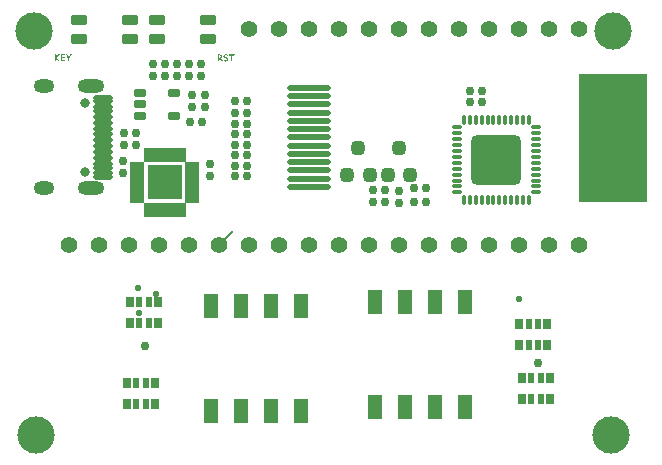
<source format=gts>
G04*
G04 #@! TF.GenerationSoftware,Altium Limited,Altium Designer,19.0.4 (130)*
G04*
G04 Layer_Color=8388736*
%FSLAX24Y24*%
%MOIN*%
G70*
G01*
G75*
%ADD15C,0.0060*%
%ADD34R,0.2250X0.4250*%
%ADD35R,0.0296X0.0355*%
%ADD36R,0.0237X0.0355*%
%ADD37R,0.0512X0.0827*%
G04:AMPARAMS|DCode=38|XSize=26mil|YSize=26mil|CornerRadius=8mil|HoleSize=0mil|Usage=FLASHONLY|Rotation=270.000|XOffset=0mil|YOffset=0mil|HoleType=Round|Shape=RoundedRectangle|*
%AMROUNDEDRECTD38*
21,1,0.0260,0.0100,0,0,270.0*
21,1,0.0100,0.0260,0,0,270.0*
1,1,0.0160,-0.0050,-0.0050*
1,1,0.0160,-0.0050,0.0050*
1,1,0.0160,0.0050,0.0050*
1,1,0.0160,0.0050,-0.0050*
%
%ADD38ROUNDEDRECTD38*%
G04:AMPARAMS|DCode=39|XSize=26mil|YSize=26mil|CornerRadius=8mil|HoleSize=0mil|Usage=FLASHONLY|Rotation=180.000|XOffset=0mil|YOffset=0mil|HoleType=Round|Shape=RoundedRectangle|*
%AMROUNDEDRECTD39*
21,1,0.0260,0.0100,0,0,180.0*
21,1,0.0100,0.0260,0,0,180.0*
1,1,0.0160,-0.0050,0.0050*
1,1,0.0160,0.0050,0.0050*
1,1,0.0160,0.0050,-0.0050*
1,1,0.0160,-0.0050,-0.0050*
%
%ADD39ROUNDEDRECTD39*%
G04:AMPARAMS|DCode=40|XSize=166mil|YSize=166mil|CornerRadius=19mil|HoleSize=0mil|Usage=FLASHONLY|Rotation=270.000|XOffset=0mil|YOffset=0mil|HoleType=Round|Shape=RoundedRectangle|*
%AMROUNDEDRECTD40*
21,1,0.1660,0.1280,0,0,270.0*
21,1,0.1280,0.1660,0,0,270.0*
1,1,0.0380,-0.0640,-0.0640*
1,1,0.0380,-0.0640,0.0640*
1,1,0.0380,0.0640,0.0640*
1,1,0.0380,0.0640,-0.0640*
%
%ADD40ROUNDEDRECTD40*%
G04:AMPARAMS|DCode=41|XSize=32.6mil|YSize=15.8mil|CornerRadius=5.5mil|HoleSize=0mil|Usage=FLASHONLY|Rotation=270.000|XOffset=0mil|YOffset=0mil|HoleType=Round|Shape=RoundedRectangle|*
%AMROUNDEDRECTD41*
21,1,0.0326,0.0049,0,0,270.0*
21,1,0.0217,0.0158,0,0,270.0*
1,1,0.0109,-0.0025,-0.0108*
1,1,0.0109,-0.0025,0.0108*
1,1,0.0109,0.0025,0.0108*
1,1,0.0109,0.0025,-0.0108*
%
%ADD41ROUNDEDRECTD41*%
G04:AMPARAMS|DCode=42|XSize=32.6mil|YSize=15.8mil|CornerRadius=5.5mil|HoleSize=0mil|Usage=FLASHONLY|Rotation=0.000|XOffset=0mil|YOffset=0mil|HoleType=Round|Shape=RoundedRectangle|*
%AMROUNDEDRECTD42*
21,1,0.0326,0.0049,0,0,0.0*
21,1,0.0217,0.0158,0,0,0.0*
1,1,0.0109,0.0108,-0.0025*
1,1,0.0109,-0.0108,-0.0025*
1,1,0.0109,-0.0108,0.0025*
1,1,0.0109,0.0108,0.0025*
%
%ADD42ROUNDEDRECTD42*%
G04:AMPARAMS|DCode=43|XSize=43.4mil|YSize=45.4mil|CornerRadius=12.4mil|HoleSize=0mil|Usage=FLASHONLY|Rotation=0.000|XOffset=0mil|YOffset=0mil|HoleType=Round|Shape=RoundedRectangle|*
%AMROUNDEDRECTD43*
21,1,0.0434,0.0207,0,0,0.0*
21,1,0.0187,0.0454,0,0,0.0*
1,1,0.0247,0.0094,-0.0103*
1,1,0.0247,-0.0094,-0.0103*
1,1,0.0247,-0.0094,0.0103*
1,1,0.0247,0.0094,0.0103*
%
%ADD43ROUNDEDRECTD43*%
G04:AMPARAMS|DCode=44|XSize=21.7mil|YSize=143.8mil|CornerRadius=6.9mil|HoleSize=0mil|Usage=FLASHONLY|Rotation=270.000|XOffset=0mil|YOffset=0mil|HoleType=Round|Shape=RoundedRectangle|*
%AMROUNDEDRECTD44*
21,1,0.0217,0.1299,0,0,270.0*
21,1,0.0079,0.1438,0,0,270.0*
1,1,0.0139,-0.0650,-0.0039*
1,1,0.0139,-0.0650,0.0039*
1,1,0.0139,0.0650,0.0039*
1,1,0.0139,0.0650,-0.0039*
%
%ADD44ROUNDEDRECTD44*%
%ADD45R,0.1162X0.1123*%
G04:AMPARAMS|DCode=46|XSize=22mil|YSize=48mil|CornerRadius=8mil|HoleSize=0mil|Usage=FLASHONLY|Rotation=90.000|XOffset=0mil|YOffset=0mil|HoleType=Round|Shape=RoundedRectangle|*
%AMROUNDEDRECTD46*
21,1,0.0220,0.0320,0,0,90.0*
21,1,0.0060,0.0480,0,0,90.0*
1,1,0.0160,0.0160,0.0030*
1,1,0.0160,0.0160,-0.0030*
1,1,0.0160,-0.0160,-0.0030*
1,1,0.0160,-0.0160,0.0030*
%
%ADD46ROUNDEDRECTD46*%
G04:AMPARAMS|DCode=47|XSize=22mil|YSize=48mil|CornerRadius=8mil|HoleSize=0mil|Usage=FLASHONLY|Rotation=180.000|XOffset=0mil|YOffset=0mil|HoleType=Round|Shape=RoundedRectangle|*
%AMROUNDEDRECTD47*
21,1,0.0220,0.0320,0,0,180.0*
21,1,0.0060,0.0480,0,0,180.0*
1,1,0.0160,-0.0030,0.0160*
1,1,0.0160,0.0030,0.0160*
1,1,0.0160,0.0030,-0.0160*
1,1,0.0160,-0.0030,-0.0160*
%
%ADD47ROUNDEDRECTD47*%
G04:AMPARAMS|DCode=48|XSize=29.6mil|YSize=41mil|CornerRadius=8.9mil|HoleSize=0mil|Usage=FLASHONLY|Rotation=90.000|XOffset=0mil|YOffset=0mil|HoleType=Round|Shape=RoundedRectangle|*
%AMROUNDEDRECTD48*
21,1,0.0296,0.0232,0,0,90.0*
21,1,0.0118,0.0410,0,0,90.0*
1,1,0.0178,0.0116,0.0059*
1,1,0.0178,0.0116,-0.0059*
1,1,0.0178,-0.0116,-0.0059*
1,1,0.0178,-0.0116,0.0059*
%
%ADD48ROUNDEDRECTD48*%
G04:AMPARAMS|DCode=49|XSize=37.5mil|YSize=76.9mil|CornerRadius=10.9mil|HoleSize=0mil|Usage=FLASHONLY|Rotation=270.000|XOffset=0mil|YOffset=0mil|HoleType=Round|Shape=RoundedRectangle|*
%AMROUNDEDRECTD49*
21,1,0.0375,0.0551,0,0,270.0*
21,1,0.0157,0.0769,0,0,270.0*
1,1,0.0217,-0.0276,-0.0079*
1,1,0.0217,-0.0276,0.0079*
1,1,0.0217,0.0276,0.0079*
1,1,0.0217,0.0276,-0.0079*
%
%ADD49ROUNDEDRECTD49*%
G04:AMPARAMS|DCode=50|XSize=65.1mil|YSize=17.8mil|CornerRadius=6mil|HoleSize=0mil|Usage=FLASHONLY|Rotation=0.000|XOffset=0mil|YOffset=0mil|HoleType=Round|Shape=RoundedRectangle|*
%AMROUNDEDRECTD50*
21,1,0.0651,0.0059,0,0,0.0*
21,1,0.0531,0.0178,0,0,0.0*
1,1,0.0119,0.0266,-0.0030*
1,1,0.0119,-0.0266,-0.0030*
1,1,0.0119,-0.0266,0.0030*
1,1,0.0119,0.0266,0.0030*
%
%ADD50ROUNDEDRECTD50*%
G04:AMPARAMS|DCode=51|XSize=56mil|YSize=36mil|CornerRadius=10.5mil|HoleSize=0mil|Usage=FLASHONLY|Rotation=180.000|XOffset=0mil|YOffset=0mil|HoleType=Round|Shape=RoundedRectangle|*
%AMROUNDEDRECTD51*
21,1,0.0560,0.0150,0,0,180.0*
21,1,0.0350,0.0360,0,0,180.0*
1,1,0.0210,-0.0175,0.0075*
1,1,0.0210,0.0175,0.0075*
1,1,0.0210,0.0175,-0.0075*
1,1,0.0210,-0.0175,-0.0075*
%
%ADD51ROUNDEDRECTD51*%
%ADD52C,0.0560*%
%ADD53C,0.1241*%
%ADD54O,0.0887X0.0454*%
%ADD55O,0.0690X0.0454*%
%ADD56C,0.0316*%
%ADD57C,0.0300*%
%ADD58C,0.0220*%
G36*
X1512Y2660D02*
X1597Y2534D01*
X1546D01*
X1469Y2650D01*
Y2534D01*
X1425D01*
Y2766D01*
X1469D01*
Y2665D01*
X1544Y2766D01*
X1591D01*
X1512Y2660D01*
D02*
G37*
G36*
X1920Y2623D02*
Y2534D01*
X1875D01*
Y2622D01*
X1800Y2766D01*
X1847D01*
X1898Y2659D01*
X1950Y2766D01*
X1995D01*
X1920Y2623D01*
D02*
G37*
G36*
X1770Y2731D02*
X1678D01*
Y2669D01*
X1759D01*
Y2634D01*
X1678D01*
Y2569D01*
X1777D01*
Y2534D01*
X1633D01*
Y2766D01*
X1775D01*
X1770Y2731D01*
D02*
G37*
G36*
X7136Y2770D02*
X7139D01*
X7143Y2769D01*
X7148Y2769D01*
X7153Y2767D01*
X7159Y2766D01*
X7165Y2765D01*
X7171Y2763D01*
X7178Y2760D01*
X7184Y2757D01*
X7191Y2754D01*
X7198Y2750D01*
X7204Y2745D01*
X7210Y2740D01*
X7187Y2714D01*
X7187Y2715D01*
X7186Y2715D01*
X7185Y2716D01*
X7183Y2717D01*
X7181Y2719D01*
X7178Y2720D01*
X7175Y2722D01*
X7171Y2724D01*
X7163Y2728D01*
X7154Y2731D01*
X7144Y2733D01*
X7139Y2734D01*
X7134Y2734D01*
X7131D01*
X7128Y2734D01*
X7124Y2733D01*
X7120Y2732D01*
X7115Y2731D01*
X7110Y2729D01*
X7106Y2727D01*
X7106Y2727D01*
X7105Y2726D01*
X7103Y2725D01*
X7102Y2722D01*
X7100Y2720D01*
X7098Y2716D01*
X7097Y2713D01*
X7096Y2708D01*
Y2708D01*
Y2707D01*
X7097Y2706D01*
Y2704D01*
X7098Y2699D01*
X7099Y2697D01*
X7100Y2695D01*
X7101Y2695D01*
X7101Y2694D01*
X7102Y2693D01*
X7104Y2692D01*
X7106Y2690D01*
X7109Y2688D01*
X7112Y2686D01*
X7116Y2685D01*
X7116Y2684D01*
X7117Y2684D01*
X7120Y2683D01*
X7123Y2681D01*
X7128Y2680D01*
X7133Y2678D01*
X7140Y2676D01*
X7147Y2673D01*
X7147D01*
X7148Y2673D01*
X7150Y2672D01*
X7152Y2672D01*
X7155Y2671D01*
X7158Y2669D01*
X7166Y2666D01*
X7174Y2663D01*
X7182Y2658D01*
X7190Y2653D01*
X7198Y2647D01*
X7198D01*
X7198Y2646D01*
X7201Y2644D01*
X7204Y2641D01*
X7207Y2635D01*
X7210Y2629D01*
X7213Y2621D01*
X7215Y2612D01*
X7215Y2607D01*
X7216Y2601D01*
Y2601D01*
Y2600D01*
Y2599D01*
Y2597D01*
X7215Y2593D01*
X7214Y2588D01*
X7213Y2582D01*
X7211Y2576D01*
X7209Y2570D01*
X7205Y2563D01*
X7205Y2562D01*
X7203Y2561D01*
X7201Y2558D01*
X7197Y2554D01*
X7193Y2550D01*
X7187Y2546D01*
X7181Y2542D01*
X7174Y2538D01*
X7174D01*
X7173Y2538D01*
X7172Y2538D01*
X7170Y2537D01*
X7168Y2537D01*
X7166Y2536D01*
X7160Y2534D01*
X7153Y2533D01*
X7145Y2531D01*
X7136Y2530D01*
X7126Y2530D01*
X7124D01*
X7121Y2530D01*
X7117D01*
X7113Y2531D01*
X7108Y2532D01*
X7102Y2533D01*
X7096Y2534D01*
X7089Y2536D01*
X7082Y2538D01*
X7075Y2541D01*
X7067Y2544D01*
X7060Y2547D01*
X7053Y2552D01*
X7046Y2557D01*
X7040Y2562D01*
X7064Y2590D01*
X7065Y2589D01*
X7065Y2588D01*
X7067Y2587D01*
X7069Y2586D01*
X7072Y2584D01*
X7075Y2582D01*
X7078Y2580D01*
X7082Y2578D01*
X7086Y2575D01*
X7091Y2573D01*
X7102Y2569D01*
X7107Y2568D01*
X7114Y2567D01*
X7120Y2566D01*
X7126Y2565D01*
X7130D01*
X7133Y2566D01*
X7137Y2567D01*
X7142Y2568D01*
X7147Y2569D01*
X7153Y2571D01*
X7157Y2574D01*
X7158Y2574D01*
X7159Y2575D01*
X7161Y2578D01*
X7164Y2580D01*
X7166Y2584D01*
X7168Y2588D01*
X7169Y2593D01*
X7170Y2599D01*
Y2599D01*
Y2600D01*
Y2602D01*
X7169Y2604D01*
X7168Y2609D01*
X7166Y2614D01*
Y2614D01*
X7165Y2615D01*
X7164Y2616D01*
X7163Y2618D01*
X7161Y2619D01*
X7159Y2621D01*
X7157Y2624D01*
X7153Y2625D01*
X7153Y2626D01*
X7151Y2626D01*
X7150Y2627D01*
X7146Y2629D01*
X7143Y2630D01*
X7138Y2632D01*
X7132Y2634D01*
X7126Y2636D01*
X7126D01*
X7124Y2636D01*
X7122Y2637D01*
X7120Y2638D01*
X7117Y2639D01*
X7113Y2640D01*
X7109Y2642D01*
X7104Y2644D01*
X7095Y2648D01*
X7086Y2652D01*
X7077Y2658D01*
X7073Y2660D01*
X7069Y2663D01*
X7069Y2664D01*
X7069Y2664D01*
X7066Y2666D01*
X7063Y2670D01*
X7060Y2675D01*
X7057Y2681D01*
X7054Y2688D01*
X7052Y2696D01*
X7051Y2701D01*
X7051Y2706D01*
Y2706D01*
Y2707D01*
Y2708D01*
Y2709D01*
X7052Y2713D01*
X7052Y2717D01*
X7053Y2722D01*
X7055Y2728D01*
X7058Y2734D01*
X7061Y2739D01*
X7062Y2740D01*
X7063Y2742D01*
X7066Y2745D01*
X7069Y2748D01*
X7073Y2752D01*
X7078Y2755D01*
X7084Y2759D01*
X7090Y2762D01*
X7090D01*
X7091Y2762D01*
X7092Y2763D01*
X7093Y2763D01*
X7097Y2765D01*
X7102Y2766D01*
X7108Y2767D01*
X7115Y2769D01*
X7123Y2770D01*
X7131Y2770D01*
X7134D01*
X7136Y2770D01*
D02*
G37*
G36*
X7418Y2729D02*
X7353D01*
Y2534D01*
X7309D01*
Y2729D01*
X7241D01*
Y2766D01*
X7422D01*
X7418Y2729D01*
D02*
G37*
G36*
X6929Y2765D02*
X6932D01*
X6938Y2765D01*
X6945Y2763D01*
X6952Y2762D01*
X6961Y2760D01*
X6969Y2757D01*
X6978Y2753D01*
X6986Y2749D01*
X6994Y2743D01*
X7001Y2737D01*
X7006Y2729D01*
X7009Y2725D01*
X7011Y2720D01*
X7013Y2715D01*
X7014Y2709D01*
X7015Y2703D01*
X7015Y2697D01*
Y2697D01*
Y2696D01*
Y2695D01*
X7015Y2693D01*
Y2691D01*
X7014Y2688D01*
X7013Y2683D01*
X7011Y2676D01*
X7009Y2669D01*
X7005Y2662D01*
X7000Y2656D01*
X6999Y2655D01*
X6998Y2653D01*
X6994Y2650D01*
X6990Y2647D01*
X6985Y2643D01*
X6978Y2639D01*
X6971Y2636D01*
X6964Y2633D01*
X7028Y2534D01*
X6978D01*
X6921Y2627D01*
X6902D01*
Y2534D01*
X6858D01*
Y2766D01*
X6928D01*
X6929Y2765D01*
D02*
G37*
%LPC*%
G36*
X1469Y2665D02*
X1464Y2658D01*
X1469Y2650D01*
Y2665D01*
D02*
G37*
G36*
X6926Y2731D02*
X6902D01*
Y2661D01*
X6930D01*
X6934Y2661D01*
X6939Y2662D01*
X6944Y2663D01*
X6949Y2664D01*
X6954Y2666D01*
X6958Y2669D01*
X6958Y2669D01*
X6960Y2671D01*
X6961Y2673D01*
X6964Y2676D01*
X6965Y2680D01*
X6967Y2685D01*
X6968Y2691D01*
X6969Y2697D01*
Y2698D01*
Y2698D01*
Y2700D01*
X6968Y2703D01*
X6968Y2707D01*
X6966Y2712D01*
X6964Y2716D01*
X6962Y2720D01*
X6958Y2723D01*
X6958Y2723D01*
X6956Y2724D01*
X6954Y2726D01*
X6951Y2727D01*
X6946Y2729D01*
X6941Y2730D01*
X6934Y2731D01*
X6926Y2731D01*
D02*
G37*
%LPD*%
D15*
X6900Y-3600D02*
X7370Y-3130D01*
D34*
X20025Y-25D02*
D03*
D35*
X3825Y-8879D02*
D03*
Y-8170D02*
D03*
X4770Y-8879D02*
D03*
Y-8170D02*
D03*
X4880Y-5480D02*
D03*
Y-6189D02*
D03*
X3935Y-5480D02*
D03*
Y-6189D02*
D03*
X17852Y-6216D02*
D03*
Y-6924D02*
D03*
X16908Y-6216D02*
D03*
Y-6924D02*
D03*
X17942Y-8016D02*
D03*
Y-8724D02*
D03*
X16998Y-8016D02*
D03*
Y-8724D02*
D03*
D36*
X4140Y-8879D02*
D03*
Y-8170D02*
D03*
X4455Y-8879D02*
D03*
Y-8170D02*
D03*
X4565Y-5480D02*
D03*
Y-6189D02*
D03*
X4250Y-5480D02*
D03*
Y-6189D02*
D03*
X17538Y-6216D02*
D03*
Y-6924D02*
D03*
X17223Y-6216D02*
D03*
Y-6924D02*
D03*
X17628Y-8016D02*
D03*
Y-8724D02*
D03*
X17313Y-8016D02*
D03*
Y-8724D02*
D03*
D37*
X9650Y-5608D02*
D03*
X8650D02*
D03*
X7650D02*
D03*
Y-9112D02*
D03*
X8650D02*
D03*
X9650D02*
D03*
X6650Y-5608D02*
D03*
Y-9112D02*
D03*
X15090Y-5488D02*
D03*
X14090D02*
D03*
X13090D02*
D03*
Y-8992D02*
D03*
X14090D02*
D03*
X15090D02*
D03*
X12090Y-5488D02*
D03*
Y-8992D02*
D03*
D38*
X13800Y-2150D02*
D03*
X13400D02*
D03*
X12050Y-1750D02*
D03*
X12450D02*
D03*
Y-2150D02*
D03*
X12050D02*
D03*
X5950Y500D02*
D03*
X6350D02*
D03*
X13400Y-1700D02*
D03*
X13800D02*
D03*
X15280Y1539D02*
D03*
X15680D02*
D03*
Y1189D02*
D03*
X15280D02*
D03*
X4150Y-250D02*
D03*
X3750D02*
D03*
X4150Y150D02*
D03*
X3750D02*
D03*
X7450Y800D02*
D03*
X7850D02*
D03*
X5500Y2040D02*
D03*
X5900D02*
D03*
X5100D02*
D03*
X4700D02*
D03*
X5500Y2440D02*
D03*
X5900D02*
D03*
X5100D02*
D03*
X4700D02*
D03*
X7450Y-950D02*
D03*
X7850D02*
D03*
X7450Y-1300D02*
D03*
X7850D02*
D03*
X7450Y-600D02*
D03*
X7850D02*
D03*
X7450Y100D02*
D03*
X7850D02*
D03*
X7450Y450D02*
D03*
X7850D02*
D03*
X7450Y-250D02*
D03*
X7850D02*
D03*
X7450Y1200D02*
D03*
X7850D02*
D03*
D39*
X6000Y1000D02*
D03*
Y1400D02*
D03*
X6450D02*
D03*
Y1000D02*
D03*
X3700Y-1200D02*
D03*
Y-800D02*
D03*
X12900Y-1800D02*
D03*
Y-2200D02*
D03*
X6600Y-1300D02*
D03*
Y-900D02*
D03*
X6300Y2050D02*
D03*
Y2450D02*
D03*
D40*
X16150Y-750D02*
D03*
D41*
X17233Y574D02*
D03*
X17036D02*
D03*
X16839D02*
D03*
X16642D02*
D03*
X16445D02*
D03*
X16248D02*
D03*
X16052D02*
D03*
X15855D02*
D03*
X15658D02*
D03*
X15461D02*
D03*
X15264D02*
D03*
X15067D02*
D03*
Y-2074D02*
D03*
X15264D02*
D03*
X15461D02*
D03*
X15658D02*
D03*
X15855D02*
D03*
X16052D02*
D03*
X16248D02*
D03*
X16445D02*
D03*
X16642D02*
D03*
X16839D02*
D03*
X17036D02*
D03*
X17233D02*
D03*
D42*
X14826Y333D02*
D03*
Y136D02*
D03*
Y-61D02*
D03*
Y-258D02*
D03*
Y-455D02*
D03*
Y-652D02*
D03*
Y-848D02*
D03*
Y-1045D02*
D03*
Y-1242D02*
D03*
Y-1439D02*
D03*
Y-1636D02*
D03*
Y-1833D02*
D03*
X17474D02*
D03*
Y-1636D02*
D03*
Y-1439D02*
D03*
Y-1242D02*
D03*
Y-1045D02*
D03*
Y-848D02*
D03*
Y-652D02*
D03*
Y-455D02*
D03*
Y-258D02*
D03*
Y-61D02*
D03*
Y136D02*
D03*
Y333D02*
D03*
D43*
X12900Y-357D02*
D03*
X13274Y-1243D02*
D03*
X12526D02*
D03*
X11550Y-357D02*
D03*
X11924Y-1243D02*
D03*
X11176D02*
D03*
D44*
X9900Y827D02*
D03*
Y0D02*
D03*
Y-827D02*
D03*
Y-1654D02*
D03*
Y1654D02*
D03*
Y-1102D02*
D03*
Y-1378D02*
D03*
Y-276D02*
D03*
Y-551D02*
D03*
Y551D02*
D03*
Y276D02*
D03*
Y1378D02*
D03*
Y1102D02*
D03*
D45*
X5100Y-1500D02*
D03*
D46*
X6015Y-909D02*
D03*
Y-1106D02*
D03*
Y-1303D02*
D03*
Y-1500D02*
D03*
Y-1697D02*
D03*
Y-1894D02*
D03*
Y-2091D02*
D03*
X4185D02*
D03*
Y-1894D02*
D03*
Y-1697D02*
D03*
Y-1500D02*
D03*
Y-1303D02*
D03*
Y-1106D02*
D03*
Y-909D02*
D03*
D47*
X5691Y-2415D02*
D03*
X5494D02*
D03*
X5297D02*
D03*
X5100D02*
D03*
X4903D02*
D03*
X4706D02*
D03*
X4509D02*
D03*
Y-585D02*
D03*
X4706D02*
D03*
X4903D02*
D03*
X5100D02*
D03*
X5297D02*
D03*
X5494D02*
D03*
X5691D02*
D03*
D48*
X4259Y726D02*
D03*
Y1100D02*
D03*
Y1474D02*
D03*
X5399D02*
D03*
Y726D02*
D03*
D49*
X19850Y-1009D02*
D03*
Y1000D02*
D03*
D50*
X3042Y1319D02*
D03*
Y1201D02*
D03*
Y1004D02*
D03*
Y886D02*
D03*
Y689D02*
D03*
Y492D02*
D03*
Y295D02*
D03*
Y98D02*
D03*
Y-98D02*
D03*
Y-295D02*
D03*
Y-492D02*
D03*
Y-689D02*
D03*
Y-886D02*
D03*
Y-1004D02*
D03*
Y-1201D02*
D03*
Y-1319D02*
D03*
D51*
X4850Y3280D02*
D03*
X6550D02*
D03*
X4850Y3920D02*
D03*
X6550D02*
D03*
X2250Y3280D02*
D03*
X3950D02*
D03*
X2250Y3920D02*
D03*
X3950D02*
D03*
D52*
X6900Y-3600D02*
D03*
X10900Y3600D02*
D03*
X9900D02*
D03*
X15900D02*
D03*
X14900D02*
D03*
X16900D02*
D03*
X18900D02*
D03*
X17900D02*
D03*
X13900D02*
D03*
X11900D02*
D03*
X12900D02*
D03*
X7900D02*
D03*
X8900D02*
D03*
X10900Y-3600D02*
D03*
X9900D02*
D03*
X15900D02*
D03*
X14900D02*
D03*
X16900D02*
D03*
X18900D02*
D03*
X17900D02*
D03*
X13900D02*
D03*
X11900D02*
D03*
X12900D02*
D03*
X7900D02*
D03*
X8900D02*
D03*
X5900D02*
D03*
X4900D02*
D03*
X2900D02*
D03*
X3900D02*
D03*
X1900D02*
D03*
D53*
X750Y3550D02*
D03*
X790Y-9930D02*
D03*
X19960Y-9910D02*
D03*
X20050Y3550D02*
D03*
D54*
X2633Y1703D02*
D03*
Y-1703D02*
D03*
D55*
X1058Y1703D02*
D03*
Y-1703D02*
D03*
D56*
X2436Y-1138D02*
D03*
Y1138D02*
D03*
D57*
X4440Y-6940D02*
D03*
X17538Y-7520D02*
D03*
D58*
X4250Y-5849D02*
D03*
X16900Y-5398D02*
D03*
X4801Y-5209D02*
D03*
X4216Y-5034D02*
D03*
M02*

</source>
